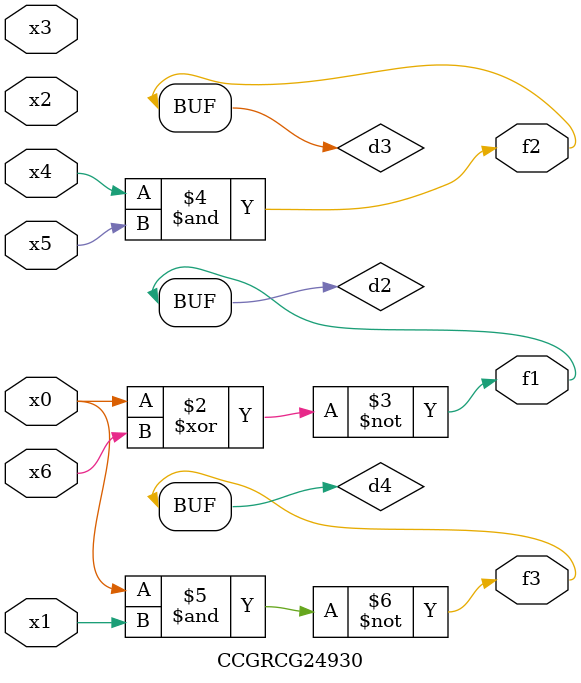
<source format=v>
module CCGRCG24930(
	input x0, x1, x2, x3, x4, x5, x6,
	output f1, f2, f3
);

	wire d1, d2, d3, d4;

	nor (d1, x0);
	xnor (d2, x0, x6);
	and (d3, x4, x5);
	nand (d4, x0, x1);
	assign f1 = d2;
	assign f2 = d3;
	assign f3 = d4;
endmodule

</source>
